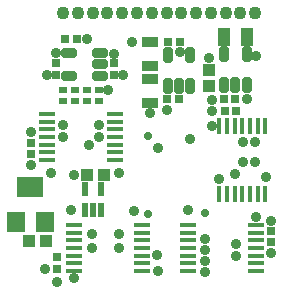
<source format=gbr>
%TF.GenerationSoftware,Altium Limited,Altium Designer,21.6.4 (81)*%
G04 Layer_Color=8388736*
%FSLAX43Y43*%
%MOMM*%
%TF.SameCoordinates,237B7D82-E972-44EC-B40D-EB97757C63C7*%
%TF.FilePolarity,Negative*%
%TF.FileFunction,Soldermask,Top*%
%TF.Part,Single*%
G01*
G75*
%TA.AperFunction,ComponentPad*%
%ADD38C,1.103*%
%ADD39C,0.703*%
%TA.AperFunction,ViaPad*%
%ADD41C,0.903*%
%TA.AperFunction,SMDPad,CuDef*%
%ADD42R,1.003X1.103*%
%ADD43R,1.453X0.453*%
%ADD44R,1.103X1.503*%
G04:AMPARAMS|DCode=45|XSize=0.44mm|YSize=1.14mm|CornerRadius=0mm|HoleSize=0mm|Usage=FLASHONLY|Rotation=180.000|XOffset=0mm|YOffset=0mm|HoleType=Round|Shape=RoundedRectangle|*
%AMROUNDEDRECTD45*
21,1,0.440,1.140,0,0,180.0*
21,1,0.440,1.140,0,0,180.0*
1,1,0.000,-0.220,0.570*
1,1,0.000,0.220,0.570*
1,1,0.000,0.220,-0.570*
1,1,0.000,-0.220,-0.570*
%
%ADD45ROUNDEDRECTD45*%
G04:AMPARAMS|DCode=46|XSize=1.303mm|YSize=0.803mm|CornerRadius=0.123mm|HoleSize=0mm|Usage=FLASHONLY|Rotation=270.000|XOffset=0mm|YOffset=0mm|HoleType=Round|Shape=RoundedRectangle|*
%AMROUNDEDRECTD46*
21,1,1.303,0.558,0,0,270.0*
21,1,1.058,0.803,0,0,270.0*
1,1,0.245,-0.279,-0.529*
1,1,0.245,-0.279,0.529*
1,1,0.245,0.279,0.529*
1,1,0.245,0.279,-0.529*
%
%ADD46ROUNDEDRECTD46*%
%ADD47R,0.453X1.453*%
G04:AMPARAMS|DCode=48|XSize=1.303mm|YSize=0.803mm|CornerRadius=0.123mm|HoleSize=0mm|Usage=FLASHONLY|Rotation=0.000|XOffset=0mm|YOffset=0mm|HoleType=Round|Shape=RoundedRectangle|*
%AMROUNDEDRECTD48*
21,1,1.303,0.558,0,0,0.0*
21,1,1.058,0.803,0,0,0.0*
1,1,0.245,0.529,-0.279*
1,1,0.245,-0.529,-0.279*
1,1,0.245,-0.529,0.279*
1,1,0.245,0.529,0.279*
%
%ADD48ROUNDEDRECTD48*%
%ADD49R,1.503X1.803*%
%ADD50R,2.203X1.803*%
%ADD51C,0.703*%
%ADD52R,0.703X0.803*%
%ADD53R,0.703X0.603*%
%ADD54R,1.453X0.903*%
%ADD55R,0.803X0.703*%
%ADD56R,1.103X1.003*%
D38*
X-8675Y13700D02*
D03*
X-7425D02*
D03*
X-6175D02*
D03*
X-4925D02*
D03*
X-3675D02*
D03*
X-2425D02*
D03*
X-1175D02*
D03*
X75D02*
D03*
X1325D02*
D03*
X2575D02*
D03*
X3825D02*
D03*
X5075D02*
D03*
X6325D02*
D03*
X7575D02*
D03*
D39*
X-1525Y3275D02*
D03*
Y-3325D02*
D03*
D41*
X-2650Y-3100D02*
D03*
X-7800Y-50D02*
D03*
X-5250Y-50D02*
D03*
X-8000Y-3000D02*
D03*
X-9700Y125D02*
D03*
X-6500Y2500D02*
D03*
X-11375Y3625D02*
D03*
X3950Y4150D02*
D03*
X-2825Y11250D02*
D03*
X-4900Y7150D02*
D03*
X-4400Y10250D02*
D03*
X-6650Y11500D02*
D03*
X-10250Y-8000D02*
D03*
X7675Y10050D02*
D03*
X8500Y-175D02*
D03*
X7600Y1100D02*
D03*
X6575D02*
D03*
X7625Y-3600D02*
D03*
X3925Y5400D02*
D03*
X-9225Y-9050D02*
D03*
X3325Y-8250D02*
D03*
X2025Y3000D02*
D03*
X-650Y2225D02*
D03*
X-3950Y125D02*
D03*
X4550Y-400D02*
D03*
X-3600Y8450D02*
D03*
X1925Y-3025D02*
D03*
X-10025Y8475D02*
D03*
X-1350Y5250D02*
D03*
X150Y5500D02*
D03*
X-9250Y10325D02*
D03*
X-5675Y4200D02*
D03*
X1175Y10400D02*
D03*
X3700Y9875D02*
D03*
X3950Y6350D02*
D03*
X6875Y6375D02*
D03*
X-675Y-8150D02*
D03*
X-7750Y-8725D02*
D03*
X-750Y-6825D02*
D03*
X3350Y-7325D02*
D03*
Y-6400D02*
D03*
Y-5450D02*
D03*
X5875Y100D02*
D03*
X-5675Y3200D02*
D03*
X-8700Y4200D02*
D03*
Y3200D02*
D03*
X-11400Y850D02*
D03*
X8950Y-6650D02*
D03*
X8950Y-3900D02*
D03*
X6575Y2750D02*
D03*
X7600D02*
D03*
X5925Y-6850D02*
D03*
Y-5825D02*
D03*
X-6250Y-5000D02*
D03*
Y-6200D02*
D03*
X-3925D02*
D03*
Y-5000D02*
D03*
D42*
X-5250Y-50D02*
D03*
X-6650D02*
D03*
X-11550Y-5650D02*
D03*
X-10150D02*
D03*
D43*
X-10030Y1250D02*
D03*
Y1900D02*
D03*
Y2550D02*
D03*
Y3200D02*
D03*
Y3850D02*
D03*
Y4500D02*
D03*
Y5150D02*
D03*
X-4270D02*
D03*
Y4500D02*
D03*
Y3850D02*
D03*
Y3200D02*
D03*
Y2550D02*
D03*
Y1900D02*
D03*
Y1250D02*
D03*
X-1995Y-8150D02*
D03*
Y-7500D02*
D03*
Y-6850D02*
D03*
Y-6200D02*
D03*
Y-5550D02*
D03*
Y-4900D02*
D03*
Y-4250D02*
D03*
X-7755D02*
D03*
Y-4900D02*
D03*
Y-5550D02*
D03*
Y-6200D02*
D03*
Y-6850D02*
D03*
Y-7500D02*
D03*
Y-8150D02*
D03*
X7630Y-4250D02*
D03*
Y-4900D02*
D03*
Y-5550D02*
D03*
Y-6200D02*
D03*
Y-6850D02*
D03*
Y-7500D02*
D03*
Y-8150D02*
D03*
X1870D02*
D03*
Y-7500D02*
D03*
Y-6850D02*
D03*
Y-6200D02*
D03*
Y-5550D02*
D03*
Y-4900D02*
D03*
Y-4250D02*
D03*
D44*
X4950Y11700D02*
D03*
X6850D02*
D03*
D45*
X-6800Y-3000D02*
D03*
X-6150D02*
D03*
X-5500D02*
D03*
Y-1200D02*
D03*
X-6800D02*
D03*
D46*
X175Y7525D02*
D03*
X1125D02*
D03*
X2075D02*
D03*
Y10125D02*
D03*
X175D02*
D03*
X4950Y7600D02*
D03*
X5900D02*
D03*
X6850D02*
D03*
Y10200D02*
D03*
X4950D02*
D03*
D47*
X4550Y-1605D02*
D03*
X5200D02*
D03*
X5850D02*
D03*
X6500D02*
D03*
X7150D02*
D03*
X7800D02*
D03*
X8450D02*
D03*
Y4155D02*
D03*
X7800D02*
D03*
X7150D02*
D03*
X6500D02*
D03*
X5850D02*
D03*
X5200D02*
D03*
X4550D02*
D03*
D48*
X-5575Y8400D02*
D03*
Y9350D02*
D03*
Y10300D02*
D03*
X-8175D02*
D03*
Y8400D02*
D03*
D49*
X-12700Y-3975D02*
D03*
X-10200D02*
D03*
D50*
X-11450Y-1075D02*
D03*
D51*
X3375Y-3250D02*
D03*
D52*
X-9225Y-7950D02*
D03*
Y-6950D02*
D03*
X-11400Y1725D02*
D03*
Y2725D02*
D03*
X-9250Y9450D02*
D03*
Y8450D02*
D03*
X-4375Y8450D02*
D03*
Y9450D02*
D03*
X8950Y-4725D02*
D03*
Y-5725D02*
D03*
D53*
X-6625Y7175D02*
D03*
Y6275D02*
D03*
X-5600Y7175D02*
D03*
Y6275D02*
D03*
X-8700D02*
D03*
Y7175D02*
D03*
X-7650D02*
D03*
Y6275D02*
D03*
D54*
X-1325Y6100D02*
D03*
Y8100D02*
D03*
Y9250D02*
D03*
Y11250D02*
D03*
D55*
X1125Y6375D02*
D03*
X125D02*
D03*
X1175Y11250D02*
D03*
X175D02*
D03*
X4900Y6375D02*
D03*
X5900D02*
D03*
X-8500Y11500D02*
D03*
X-7500D02*
D03*
X5000Y5400D02*
D03*
X6000D02*
D03*
D56*
X3700Y8900D02*
D03*
Y7500D02*
D03*
%TF.MD5,505ebec27c6d0cd741bd012bdffab35b*%
M02*

</source>
